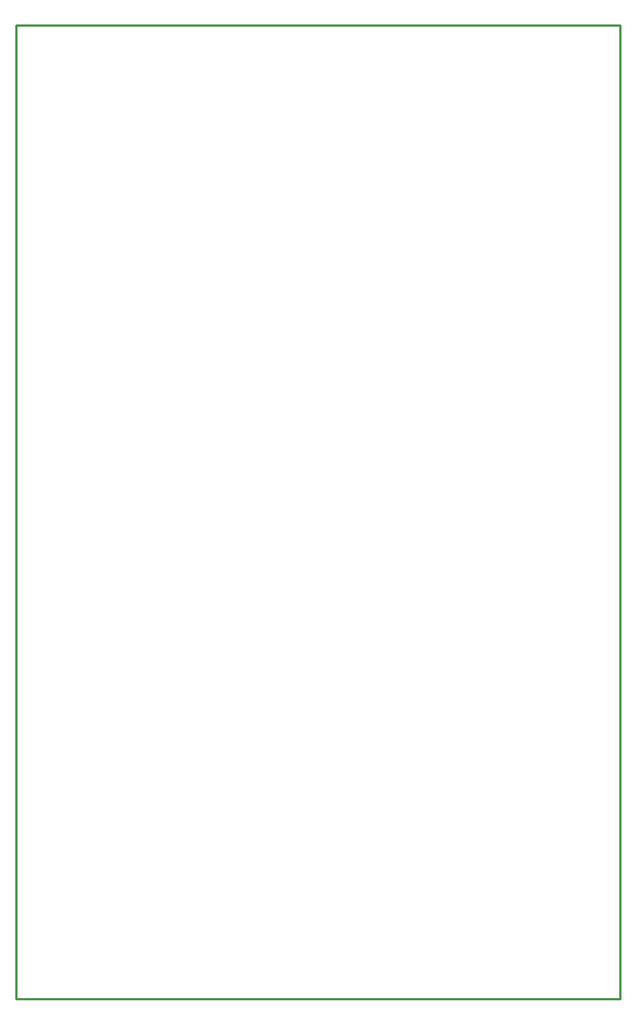
<source format=gko>
G04 ---------------------------- Layer name :KeepOutLayer*
G04 EasyEDA v5.6.10, Fri, 20 Jul 2018 15:00:38 GMT*
G04 107905ebd11d4209b34b6b689eea119d*
G04 Gerber Generator version 0.2*
G04 Scale: 100 percent, Rotated: No, Reflected: No *
G04 Dimensions in millimeters *
G04 leading zeros omitted , absolute positions ,3 integer and 3 decimal *
%FSLAX33Y33*%
%MOMM*%
G90*
G71D02*

%ADD10C,0.254000*%
G54D10*
G01X0Y107999D02*
G01X66999Y107999D01*
G01X66999Y0D01*
G01X0Y0D01*
G01X0Y107999D01*

%LPD*%
M00*
M02*

</source>
